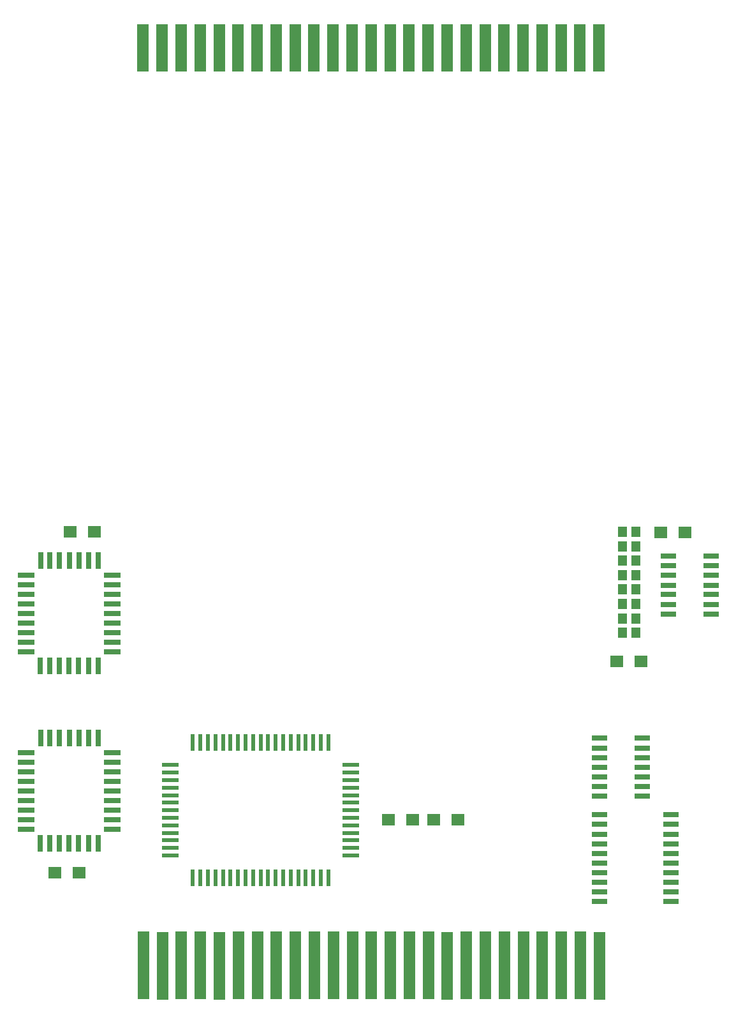
<source format=gbr>
%TF.GenerationSoftware,KiCad,Pcbnew,(6.0.2)*%
%TF.CreationDate,2022-10-27T18:33:53-05:00*%
%TF.ProjectId,REF1329_Breakout,52454631-3332-4395-9f42-7265616b6f75,rev?*%
%TF.SameCoordinates,Original*%
%TF.FileFunction,Paste,Top*%
%TF.FilePolarity,Positive*%
%FSLAX46Y46*%
G04 Gerber Fmt 4.6, Leading zero omitted, Abs format (unit mm)*
G04 Created by KiCad (PCBNEW (6.0.2)) date 2022-10-27 18:33:53*
%MOMM*%
%LPD*%
G01*
G04 APERTURE LIST*
%ADD10R,1.310000X1.390000*%
%ADD11R,1.530000X6.250000*%
%ADD12R,1.710000X1.630000*%
%ADD13R,1.700000X1.630000*%
%ADD14R,0.700000X2.270000*%
%ADD15R,2.270000X0.700000*%
%ADD16R,2.000000X0.700000*%
%ADD17R,1.530000X9.000000*%
%ADD18R,0.600000X2.250000*%
%ADD19R,2.250000X0.600000*%
G04 APERTURE END LIST*
D10*
%TO.C,R5*%
X179589900Y-94934400D03*
X181375900Y-94935400D03*
%TD*%
D11*
%TO.C,J2*%
X115983400Y-28780400D03*
X118501400Y-28780400D03*
X121026400Y-28780400D03*
X123553400Y-28780400D03*
X126072400Y-28780400D03*
X128591400Y-28780400D03*
X131114400Y-28780400D03*
X133633400Y-28780400D03*
X136152400Y-28780400D03*
X138680400Y-28780400D03*
X141205400Y-28780400D03*
X143726400Y-28780400D03*
X146250400Y-28780400D03*
X148770400Y-28780400D03*
X151290400Y-28780400D03*
X153809400Y-28780400D03*
X156327400Y-28780400D03*
X158851400Y-28780400D03*
X161377400Y-28780400D03*
X163895400Y-28780400D03*
X166415400Y-28780400D03*
X168934400Y-28780400D03*
X171464400Y-28780400D03*
X173990400Y-28780400D03*
X176509400Y-28780400D03*
%TD*%
D12*
%TO.C,R1*%
X154524400Y-131165300D03*
X157751400Y-131172300D03*
%TD*%
D10*
%TO.C,R4*%
X179589900Y-93029400D03*
X181375900Y-93030400D03*
%TD*%
%TO.C,R8*%
X179589900Y-100646400D03*
X181375900Y-100647400D03*
%TD*%
D13*
%TO.C,C3*%
X148535800Y-131169500D03*
X151753800Y-131169500D03*
%TD*%
D14*
%TO.C,U2*%
X106167900Y-134327400D03*
X107436900Y-134326400D03*
X108746900Y-134325400D03*
X110016900Y-134325400D03*
D15*
X111879900Y-132420400D03*
X111882900Y-131190400D03*
X111880900Y-129883400D03*
X111881900Y-128612400D03*
X111883900Y-127380400D03*
X111880900Y-126069400D03*
X111881900Y-124801400D03*
X111881900Y-123530400D03*
X111881900Y-122262400D03*
D14*
X110056900Y-120356400D03*
X108786900Y-120357400D03*
X107476900Y-120355400D03*
X106205900Y-120353400D03*
X104894900Y-120356400D03*
X103628900Y-120353400D03*
X102397900Y-120355400D03*
D15*
X100451900Y-122261400D03*
X100451900Y-123533400D03*
X100450900Y-124801400D03*
X100451900Y-126072400D03*
X100452900Y-127379400D03*
X100451900Y-128611400D03*
X100454900Y-129880400D03*
X100451900Y-131192400D03*
X100450900Y-132423400D03*
D14*
X102355900Y-134327400D03*
X103586900Y-134324400D03*
X104857900Y-134325400D03*
%TD*%
D10*
%TO.C,R7*%
X179589900Y-98743400D03*
X181375900Y-98744400D03*
%TD*%
D16*
%TO.C,U5*%
X182270400Y-128054400D03*
X182269400Y-126787400D03*
X182275400Y-125473400D03*
X182268400Y-124247400D03*
X182268400Y-122936400D03*
X182269400Y-121664400D03*
X182267400Y-120354400D03*
X176554400Y-120352400D03*
X176554400Y-121663400D03*
X176556400Y-122933400D03*
X176552400Y-124245400D03*
X176553400Y-125471400D03*
X176554400Y-126779400D03*
X176554400Y-128051400D03*
%TD*%
D17*
%TO.C,J4*%
X116029400Y-150518400D03*
X118547400Y-150532400D03*
X121072400Y-150520400D03*
X123599400Y-150514400D03*
X126118400Y-150528400D03*
X128637400Y-150514400D03*
X131160400Y-150503400D03*
X133679400Y-150489400D03*
X136198400Y-150517400D03*
X138726400Y-150517400D03*
X141251400Y-150508400D03*
X143772400Y-150500400D03*
X146296400Y-150484400D03*
X148816400Y-150457400D03*
X151336400Y-150469400D03*
X153855400Y-150455400D03*
X156373400Y-150521400D03*
X158897400Y-150515400D03*
X161423400Y-150505400D03*
X163941400Y-150501400D03*
X166461400Y-150486400D03*
X168980400Y-150486400D03*
X171510400Y-150470400D03*
X174036400Y-150469400D03*
X176555400Y-150528400D03*
%TD*%
D13*
%TO.C,C1*%
X106263800Y-93031500D03*
X109481800Y-93031500D03*
%TD*%
D10*
%TO.C,R10*%
X179589900Y-104496400D03*
X181375900Y-104497400D03*
%TD*%
D16*
%TO.C,U6*%
X186081400Y-142006400D03*
X186078400Y-140736400D03*
X186078400Y-139466400D03*
X186078400Y-138236400D03*
X186079400Y-136927400D03*
X186079400Y-135654400D03*
X186077400Y-134385400D03*
X186079400Y-133115400D03*
X186078400Y-131804400D03*
X186078400Y-130536400D03*
X176554400Y-130533400D03*
X176552400Y-131806400D03*
X176554400Y-133114400D03*
X176552400Y-134386400D03*
X176555400Y-135655400D03*
X176552400Y-136923400D03*
X176554400Y-138235400D03*
X176556400Y-139465400D03*
X176553400Y-140734400D03*
X176553400Y-142003400D03*
%TD*%
D12*
%TO.C,R2*%
X184690400Y-93064300D03*
X187917400Y-93071300D03*
%TD*%
D14*
%TO.C,U1*%
X106167900Y-110799400D03*
X107436900Y-110798400D03*
X108746900Y-110797400D03*
X110016900Y-110797400D03*
D15*
X111879900Y-108892400D03*
X111882900Y-107662400D03*
X111880900Y-106355400D03*
X111881900Y-105084400D03*
X111883900Y-103852400D03*
X111880900Y-102541400D03*
X111881900Y-101273400D03*
X111881900Y-100002400D03*
X111881900Y-98734400D03*
D14*
X110056900Y-96828400D03*
X108786900Y-96829400D03*
X107476900Y-96827400D03*
X106205900Y-96825400D03*
X104894900Y-96828400D03*
X103628900Y-96825400D03*
X102397900Y-96827400D03*
D15*
X100451900Y-98733400D03*
X100451900Y-100005400D03*
X100450900Y-101273400D03*
X100451900Y-102544400D03*
X100452900Y-103851400D03*
X100451900Y-105083400D03*
X100454900Y-106352400D03*
X100451900Y-107664400D03*
X100450900Y-108895400D03*
D14*
X102355900Y-110799400D03*
X103586900Y-110796400D03*
X104857900Y-110797400D03*
%TD*%
D10*
%TO.C,R11*%
X179589900Y-106367400D03*
X181375900Y-106368400D03*
%TD*%
D12*
%TO.C,R3*%
X178845400Y-110208300D03*
X182072400Y-110215300D03*
%TD*%
D18*
%TO.C,U7*%
X122579400Y-138916400D03*
X123579400Y-138916400D03*
X124579400Y-138916400D03*
X125579400Y-138916400D03*
X126579400Y-138916400D03*
X127579400Y-138916400D03*
X128579400Y-138916400D03*
X129579400Y-138916400D03*
X130579400Y-138916400D03*
X131579400Y-138916400D03*
X132579400Y-138916400D03*
X133579400Y-138916400D03*
X134579400Y-138916400D03*
X135579400Y-138916400D03*
X136579400Y-138916400D03*
X137579400Y-138916400D03*
X138579400Y-138916400D03*
X139579400Y-138916400D03*
X140579400Y-138916400D03*
D19*
X143579400Y-135916400D03*
X143579400Y-134916400D03*
X143579400Y-133916400D03*
X143579400Y-132916400D03*
X143579400Y-131916400D03*
X143579400Y-130916400D03*
X143579400Y-129916400D03*
X143579400Y-128916400D03*
X143579400Y-127916400D03*
X143579400Y-126916400D03*
X143579400Y-125916400D03*
X143579400Y-124916400D03*
X143579400Y-123916400D03*
D18*
X140579400Y-120916400D03*
X139579400Y-120916400D03*
X138579400Y-120916400D03*
X137579400Y-120916400D03*
X136579400Y-120916400D03*
X135579400Y-120916400D03*
X134579400Y-120916400D03*
X133579400Y-120916400D03*
X132579400Y-120916400D03*
X131579400Y-120916400D03*
X130579400Y-120916400D03*
X129579400Y-120916400D03*
X128579400Y-120916400D03*
X127579400Y-120916400D03*
X126579400Y-120916400D03*
X125579400Y-120916400D03*
X124579400Y-120916400D03*
X123579400Y-120916400D03*
X122579400Y-120916400D03*
D19*
X119579400Y-123916400D03*
X119579400Y-124916400D03*
X119579400Y-125916400D03*
X119579400Y-126916400D03*
X119579400Y-127916400D03*
X119579400Y-128916400D03*
X119579400Y-129916400D03*
X119579400Y-130916400D03*
X119579400Y-131916400D03*
X119579400Y-132916400D03*
X119579400Y-133916400D03*
X119579400Y-134916400D03*
X119579400Y-135916400D03*
%TD*%
D10*
%TO.C,R6*%
X179589900Y-96835400D03*
X181375900Y-96836400D03*
%TD*%
%TO.C,R9*%
X179589900Y-102553400D03*
X181375900Y-102554400D03*
%TD*%
D13*
%TO.C,C2*%
X104241800Y-138188500D03*
X107459800Y-138188500D03*
%TD*%
D16*
%TO.C,U4*%
X191406900Y-103900400D03*
X191405900Y-102633400D03*
X191411900Y-101319400D03*
X191404900Y-100093400D03*
X191404900Y-98782400D03*
X191405900Y-97510400D03*
X191403900Y-96200400D03*
X185690900Y-96198400D03*
X185690900Y-97509400D03*
X185692900Y-98779400D03*
X185688900Y-100091400D03*
X185689900Y-101317400D03*
X185690900Y-102625400D03*
X185690900Y-103897400D03*
%TD*%
M02*

</source>
